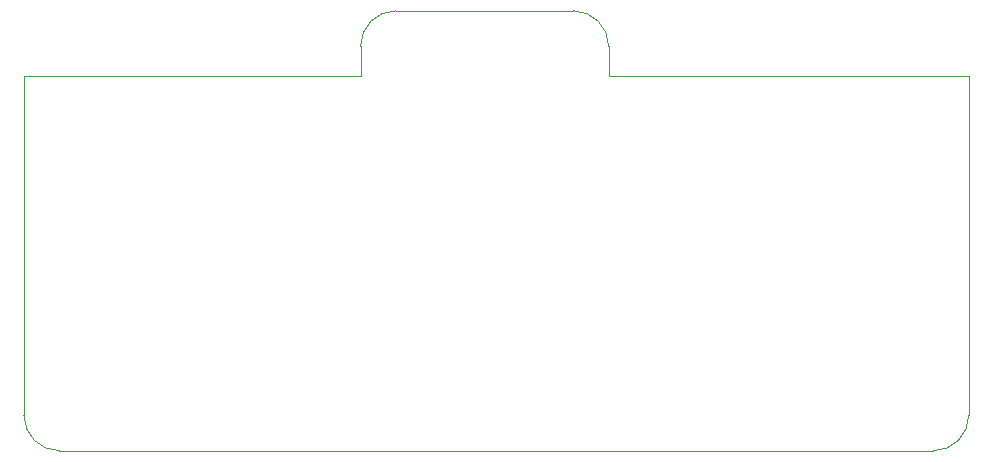
<source format=gbr>
G04 #@! TF.GenerationSoftware,KiCad,Pcbnew,(5.1.5)-3*
G04 #@! TF.CreationDate,2020-01-27T17:01:51-05:00*
G04 #@! TF.ProjectId,IW_board_V1,49575f62-6f61-4726-945f-56312e6b6963,rev?*
G04 #@! TF.SameCoordinates,Original*
G04 #@! TF.FileFunction,Profile,NP*
%FSLAX46Y46*%
G04 Gerber Fmt 4.6, Leading zero omitted, Abs format (unit mm)*
G04 Created by KiCad (PCBNEW (5.1.5)-3) date 2020-01-27 17:01:51*
%MOMM*%
%LPD*%
G04 APERTURE LIST*
%ADD10C,0.050000*%
G04 APERTURE END LIST*
D10*
X101000000Y-46250000D02*
X72500000Y-46250000D01*
X122000000Y-46250000D02*
X152500000Y-46250000D01*
X101000000Y-43750000D02*
X101000000Y-46250000D01*
X119000000Y-40750000D02*
X104000000Y-40750000D01*
X122000000Y-43750000D02*
X122000000Y-46250000D01*
X119000000Y-40750000D02*
G75*
G02X122000000Y-43750000I0J-3000000D01*
G01*
X101000000Y-43750000D02*
G75*
G02X104000000Y-40750000I3000000J0D01*
G01*
X152500000Y-46250000D02*
X152500000Y-75000000D01*
X72500000Y-75000000D02*
X72500000Y-46250000D01*
X75500000Y-78000000D02*
X149500000Y-78000000D01*
X75500000Y-78000000D02*
G75*
G02X72500000Y-75000000I0J3000000D01*
G01*
X152500000Y-75000000D02*
G75*
G02X149500000Y-78000000I-3000000J0D01*
G01*
M02*

</source>
